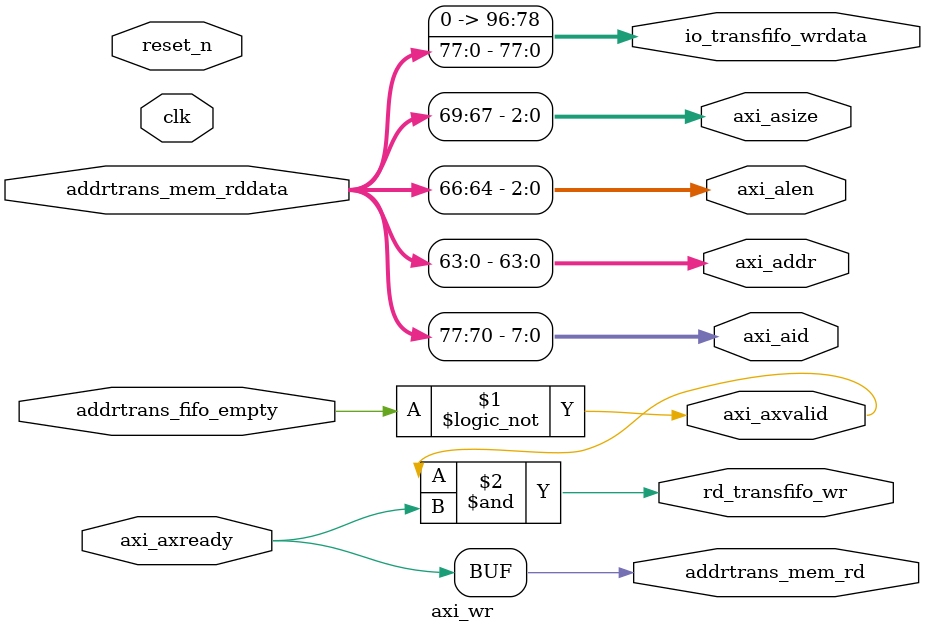
<source format=v>
module axi_wr(
input clk,
input reset_n,
input [96:0]addrtrans_mem_rddata,
input addrtrans_fifo_empty,
input axi_axready,
output addrtrans_mem_rd,
output [7:0] axi_aid,
output [63:0] axi_addr,
output [2:0] axi_alen,
output [2:0] axi_asize,
output axi_axvalid,
output rd_transfifo_wr,
output [96:0]io_transfifo_wrdata
);

assign addrtrans_mem_rd = axi_axready;
assign axi_addr = addrtrans_mem_rddata[63:0];
assign axi_axvalid = !addrtrans_fifo_empty;
assign rd_transfifo_wr = axi_axvalid & axi_axready;
assign io_transfifo_wrdata = {axi_aid,axi_asize,axi_alen,axi_addr};
assign axi_alen = addrtrans_mem_rddata[66 : 64];
assign axi_asize = addrtrans_mem_rddata[69 : 67];
assign axi_aid = addrtrans_mem_rddata[ 77 :70 ];

endmodule
</source>
